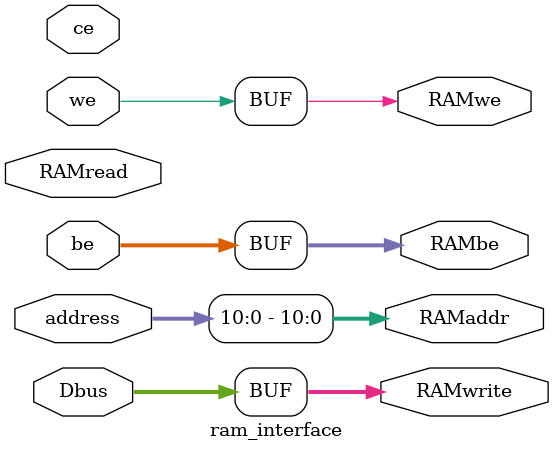
<source format=v>
module ram_interface (
  Dbus,
  address,
  be,
  we,
	ce,
	RAMaddr,
	RAMread,
	RAMwrite,
	RAMbe,
	RAMwe
);

// dbus side
inout [15:0] Dbus;
input [15:0] address;
input [1:0] be;
input we;
input ce;

// Quartus RAM side
input [15:0] RAMread;
output [15:0] RAMwrite;
output [10:0] RAMaddr;
output [1:0] RAMbe;
output RAMwe;

// hook it up
assign dbus = (we || !ce) ? 'bz : RAMread;
assign RAMwrite = Dbus;
assign RAMbe = be;
assign RAMwe = we;
assign RAMaddr = address[10:0];


endmodule

</source>
